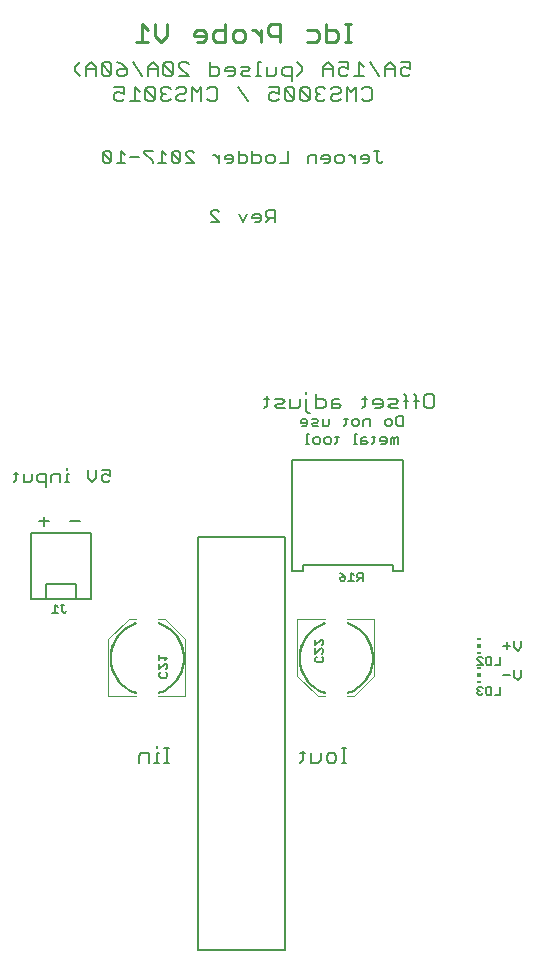
<source format=gbo>
G75*
%MOIN*%
%OFA0B0*%
%FSLAX24Y24*%
%IPPOS*%
%LPD*%
%AMOC8*
5,1,8,0,0,1.08239X$1,22.5*
%
%ADD10C,0.0060*%
%ADD11C,0.0080*%
%ADD12C,0.0110*%
%ADD13R,0.0118X0.0059*%
%ADD14R,0.0118X0.0118*%
%ADD15C,0.0050*%
%ADD16C,0.0040*%
%ADD17C,0.0004*%
%ADD18C,0.0070*%
D10*
X016480Y018259D02*
X016593Y018259D01*
X016537Y018259D02*
X016537Y018599D01*
X016593Y018599D01*
X016735Y018429D02*
X016791Y018486D01*
X016905Y018486D01*
X016962Y018429D01*
X016962Y018316D01*
X016905Y018259D01*
X016791Y018259D01*
X016735Y018316D01*
X016735Y018429D01*
X016730Y018859D02*
X016673Y018916D01*
X016730Y018973D01*
X016843Y018973D01*
X016900Y019029D01*
X016843Y019086D01*
X016673Y019086D01*
X016532Y019029D02*
X016475Y019086D01*
X016362Y019086D01*
X016305Y019029D01*
X016305Y018973D01*
X016532Y018973D01*
X016532Y019029D02*
X016532Y018916D01*
X016475Y018859D01*
X016362Y018859D01*
X016730Y018859D02*
X016900Y018859D01*
X017042Y018859D02*
X017042Y019086D01*
X017268Y019086D02*
X017268Y018916D01*
X017212Y018859D01*
X017042Y018859D01*
X017160Y018486D02*
X017273Y018486D01*
X017330Y018429D01*
X017330Y018316D01*
X017273Y018259D01*
X017160Y018259D01*
X017103Y018316D01*
X017103Y018429D01*
X017160Y018486D01*
X017462Y018486D02*
X017575Y018486D01*
X017519Y018543D02*
X017519Y018316D01*
X017462Y018259D01*
X018076Y018259D02*
X018189Y018259D01*
X018133Y018259D02*
X018133Y018599D01*
X018189Y018599D01*
X018331Y018429D02*
X018331Y018259D01*
X018501Y018259D01*
X018558Y018316D01*
X018501Y018373D01*
X018331Y018373D01*
X018331Y018429D02*
X018387Y018486D01*
X018501Y018486D01*
X018690Y018486D02*
X018803Y018486D01*
X018746Y018543D02*
X018746Y018316D01*
X018690Y018259D01*
X018945Y018373D02*
X019171Y018373D01*
X019171Y018429D02*
X019115Y018486D01*
X019001Y018486D01*
X018945Y018429D01*
X018945Y018373D01*
X019001Y018259D02*
X019115Y018259D01*
X019171Y018316D01*
X019171Y018429D01*
X019313Y018429D02*
X019313Y018259D01*
X019426Y018259D02*
X019426Y018429D01*
X019370Y018486D01*
X019313Y018429D01*
X019426Y018429D02*
X019483Y018486D01*
X019540Y018486D01*
X019540Y018259D01*
X019554Y018859D02*
X019497Y018916D01*
X019497Y019143D01*
X019554Y019199D01*
X019724Y019199D01*
X019724Y018859D01*
X019554Y018859D01*
X019356Y018916D02*
X019356Y019029D01*
X019299Y019086D01*
X019185Y019086D01*
X019129Y019029D01*
X019129Y018916D01*
X019185Y018859D01*
X019299Y018859D01*
X019356Y018916D01*
X018619Y018859D02*
X018619Y019086D01*
X018449Y019086D01*
X018392Y019029D01*
X018392Y018859D01*
X018251Y018916D02*
X018251Y019029D01*
X018194Y019086D01*
X018081Y019086D01*
X018024Y019029D01*
X018024Y018916D01*
X018081Y018859D01*
X018194Y018859D01*
X018251Y018916D01*
X017882Y019086D02*
X017769Y019086D01*
X017826Y019143D02*
X017826Y018916D01*
X017769Y018859D01*
X023171Y011653D02*
X023171Y011426D01*
X023284Y011540D02*
X023057Y011540D01*
X023426Y011483D02*
X023426Y011710D01*
X023652Y011710D02*
X023652Y011483D01*
X023539Y011369D01*
X023426Y011483D01*
X023426Y010725D02*
X023426Y010499D01*
X023539Y010385D01*
X023652Y010499D01*
X023652Y010725D01*
X023284Y010555D02*
X023057Y010555D01*
D11*
X017835Y008120D02*
X017675Y008120D01*
X017755Y008120D02*
X017755Y007639D01*
X017835Y007639D02*
X017675Y007639D01*
X017492Y007719D02*
X017492Y007879D01*
X017411Y007959D01*
X017251Y007959D01*
X017171Y007879D01*
X017171Y007719D01*
X017251Y007639D01*
X017411Y007639D01*
X017492Y007719D01*
X016976Y007719D02*
X016896Y007639D01*
X016656Y007639D01*
X016656Y007959D01*
X016460Y007959D02*
X016300Y007959D01*
X016380Y008040D02*
X016380Y007719D01*
X016300Y007639D01*
X016976Y007719D02*
X016976Y007959D01*
X011930Y008120D02*
X011770Y008120D01*
X011850Y008120D02*
X011850Y007639D01*
X011930Y007639D02*
X011770Y007639D01*
X011586Y007639D02*
X011426Y007639D01*
X011506Y007639D02*
X011506Y007959D01*
X011586Y007959D01*
X011506Y008120D02*
X011506Y008200D01*
X011242Y007959D02*
X011242Y007639D01*
X011242Y007959D02*
X011002Y007959D01*
X010922Y007879D01*
X010922Y007639D01*
X007758Y015525D02*
X007758Y015846D01*
X007918Y015686D02*
X007598Y015686D01*
X007813Y016849D02*
X007813Y017270D01*
X007603Y017270D01*
X007533Y017200D01*
X007533Y017060D01*
X007603Y016990D01*
X007813Y016990D01*
X007993Y016990D02*
X007993Y017200D01*
X008063Y017270D01*
X008273Y017270D01*
X008273Y016990D01*
X008440Y016990D02*
X008580Y016990D01*
X008510Y016990D02*
X008510Y017270D01*
X008580Y017270D01*
X008510Y017410D02*
X008510Y017480D01*
X009221Y017410D02*
X009221Y017130D01*
X009361Y016990D01*
X009501Y017130D01*
X009501Y017410D01*
X009681Y017410D02*
X009961Y017410D01*
X009961Y017200D01*
X009821Y017270D01*
X009751Y017270D01*
X009681Y017200D01*
X009681Y017060D01*
X009751Y016990D01*
X009891Y016990D01*
X009961Y017060D01*
X008949Y015686D02*
X008629Y015686D01*
X007282Y016990D02*
X007072Y016990D01*
X007072Y017270D01*
X006892Y017270D02*
X006752Y017270D01*
X006822Y017340D02*
X006822Y017060D01*
X006752Y016990D01*
X007282Y016990D02*
X007352Y017060D01*
X007352Y017270D01*
X013321Y025651D02*
X013601Y025651D01*
X013321Y025931D01*
X013321Y026001D01*
X013391Y026071D01*
X013531Y026071D01*
X013601Y026001D01*
X014242Y025931D02*
X014382Y025651D01*
X014522Y025931D01*
X014702Y025861D02*
X014702Y025791D01*
X014983Y025791D01*
X014983Y025721D02*
X014983Y025861D01*
X014913Y025931D01*
X014772Y025931D01*
X014702Y025861D01*
X014772Y025651D02*
X014913Y025651D01*
X014983Y025721D01*
X015163Y025651D02*
X015303Y025791D01*
X015233Y025791D02*
X015443Y025791D01*
X015443Y025651D02*
X015443Y026071D01*
X015233Y026071D01*
X015163Y026001D01*
X015163Y025861D01*
X015233Y025791D01*
X015233Y027620D02*
X015163Y027690D01*
X015163Y027830D01*
X015233Y027900D01*
X015373Y027900D01*
X015443Y027830D01*
X015443Y027690D01*
X015373Y027620D01*
X015233Y027620D01*
X014983Y027690D02*
X014983Y027830D01*
X014913Y027900D01*
X014702Y027900D01*
X014702Y028040D02*
X014702Y027620D01*
X014913Y027620D01*
X014983Y027690D01*
X014522Y027690D02*
X014522Y027830D01*
X014452Y027900D01*
X014242Y027900D01*
X014242Y028040D02*
X014242Y027620D01*
X014452Y027620D01*
X014522Y027690D01*
X014062Y027690D02*
X014062Y027830D01*
X013992Y027900D01*
X013852Y027900D01*
X013782Y027830D01*
X013782Y027760D01*
X014062Y027760D01*
X014062Y027690D02*
X013992Y027620D01*
X013852Y027620D01*
X013601Y027620D02*
X013601Y027900D01*
X013601Y027760D02*
X013461Y027900D01*
X013391Y027900D01*
X012757Y027970D02*
X012687Y028040D01*
X012547Y028040D01*
X012477Y027970D01*
X012477Y027900D01*
X012757Y027620D01*
X012477Y027620D01*
X012297Y027690D02*
X012017Y027970D01*
X012017Y027690D01*
X012087Y027620D01*
X012227Y027620D01*
X012297Y027690D01*
X012297Y027970D01*
X012227Y028040D01*
X012087Y028040D01*
X012017Y027970D01*
X011837Y027900D02*
X011696Y028040D01*
X011696Y027620D01*
X011556Y027620D02*
X011837Y027620D01*
X011376Y027620D02*
X011376Y027690D01*
X011096Y027970D01*
X011096Y028040D01*
X011376Y028040D01*
X010916Y027830D02*
X010636Y027830D01*
X010455Y027900D02*
X010315Y028040D01*
X010315Y027620D01*
X010455Y027620D02*
X010175Y027620D01*
X009995Y027690D02*
X009995Y027970D01*
X009925Y028040D01*
X009785Y028040D01*
X009715Y027970D01*
X009995Y027690D01*
X009925Y027620D01*
X009785Y027620D01*
X009715Y027690D01*
X009715Y027970D01*
X010185Y029686D02*
X010104Y029767D01*
X010104Y029927D01*
X010185Y030007D01*
X010265Y030007D01*
X010425Y029927D01*
X010425Y030167D01*
X010104Y030167D01*
X010270Y030526D02*
X010190Y030607D01*
X010190Y030687D01*
X010270Y030767D01*
X010511Y030767D01*
X010511Y030607D01*
X010431Y030526D01*
X010270Y030526D01*
X009995Y030607D02*
X009675Y030927D01*
X009675Y030607D01*
X009755Y030526D01*
X009915Y030526D01*
X009995Y030607D01*
X009995Y030927D01*
X009915Y031007D01*
X009755Y031007D01*
X009675Y030927D01*
X009479Y030847D02*
X009479Y030526D01*
X009479Y030767D02*
X009159Y030767D01*
X009159Y030847D02*
X009159Y030526D01*
X008964Y030526D02*
X008804Y030687D01*
X008804Y030847D01*
X008964Y031007D01*
X009159Y030847D02*
X009319Y031007D01*
X009479Y030847D01*
X010190Y031007D02*
X010351Y030927D01*
X010511Y030767D01*
X010706Y031007D02*
X011026Y030526D01*
X011222Y030526D02*
X011222Y030847D01*
X011382Y031007D01*
X011542Y030847D01*
X011542Y030526D01*
X011737Y030607D02*
X011817Y030526D01*
X011978Y030526D01*
X012058Y030607D01*
X011737Y030927D01*
X011737Y030607D01*
X011542Y030767D02*
X011222Y030767D01*
X011737Y030927D02*
X011817Y031007D01*
X011978Y031007D01*
X012058Y030927D01*
X012058Y030607D01*
X012253Y030526D02*
X012573Y030526D01*
X012253Y030847D01*
X012253Y030927D01*
X012333Y031007D01*
X012493Y031007D01*
X012573Y030927D01*
X013284Y031007D02*
X013284Y030526D01*
X013524Y030526D01*
X013604Y030607D01*
X013604Y030767D01*
X013524Y030847D01*
X013284Y030847D01*
X013800Y030767D02*
X013800Y030687D01*
X014120Y030687D01*
X014120Y030767D02*
X014040Y030847D01*
X013880Y030847D01*
X013800Y030767D01*
X013880Y030526D02*
X014040Y030526D01*
X014120Y030607D01*
X014120Y030767D01*
X014316Y030847D02*
X014556Y030847D01*
X014636Y030767D01*
X014556Y030687D01*
X014396Y030687D01*
X014316Y030607D01*
X014396Y030526D01*
X014636Y030526D01*
X014819Y030526D02*
X014980Y030526D01*
X014899Y030526D02*
X014899Y031007D01*
X014980Y031007D01*
X015175Y030847D02*
X015175Y030526D01*
X015415Y030526D01*
X015495Y030607D01*
X015495Y030847D01*
X015691Y030767D02*
X015691Y030607D01*
X015771Y030526D01*
X016011Y030526D01*
X016011Y030366D02*
X016011Y030847D01*
X015771Y030847D01*
X015691Y030767D01*
X016194Y031007D02*
X016355Y030847D01*
X016355Y030687D01*
X016194Y030526D01*
X016017Y030167D02*
X015857Y030167D01*
X015776Y030087D01*
X016097Y029767D01*
X016017Y029686D01*
X015857Y029686D01*
X015776Y029767D01*
X015776Y030087D01*
X015581Y030167D02*
X015581Y029927D01*
X015421Y030007D01*
X015341Y030007D01*
X015261Y029927D01*
X015261Y029767D01*
X015341Y029686D01*
X015501Y029686D01*
X015581Y029767D01*
X015581Y030167D02*
X015261Y030167D01*
X016017Y030167D02*
X016097Y030087D01*
X016097Y029767D01*
X016292Y029767D02*
X016292Y030087D01*
X016612Y029767D01*
X016532Y029686D01*
X016372Y029686D01*
X016292Y029767D01*
X016292Y030087D02*
X016372Y030167D01*
X016532Y030167D01*
X016612Y030087D01*
X016612Y029767D01*
X016808Y029767D02*
X016808Y029847D01*
X016888Y029927D01*
X016968Y029927D01*
X016888Y029927D02*
X016808Y030007D01*
X016808Y030087D01*
X016888Y030167D01*
X017048Y030167D01*
X017128Y030087D01*
X017323Y030087D02*
X017403Y030167D01*
X017564Y030167D01*
X017644Y030087D01*
X017644Y030007D01*
X017564Y029927D01*
X017403Y029927D01*
X017323Y029847D01*
X017323Y029767D01*
X017403Y029686D01*
X017564Y029686D01*
X017644Y029767D01*
X017839Y029686D02*
X017839Y030167D01*
X017999Y030007D01*
X018159Y030167D01*
X018159Y029686D01*
X018355Y029767D02*
X018435Y029686D01*
X018595Y029686D01*
X018675Y029767D01*
X018675Y030087D01*
X018595Y030167D01*
X018435Y030167D01*
X018355Y030087D01*
X018417Y030526D02*
X018097Y030526D01*
X018257Y030526D02*
X018257Y031007D01*
X018417Y030847D01*
X018613Y031007D02*
X018933Y030526D01*
X019128Y030526D02*
X019128Y030847D01*
X019288Y031007D01*
X019448Y030847D01*
X019448Y030526D01*
X019644Y030607D02*
X019724Y030526D01*
X019884Y030526D01*
X019964Y030607D01*
X019964Y030767D02*
X019804Y030847D01*
X019724Y030847D01*
X019644Y030767D01*
X019644Y030607D01*
X019448Y030767D02*
X019128Y030767D01*
X019644Y031007D02*
X019964Y031007D01*
X019964Y030767D01*
X017901Y030767D02*
X017741Y030847D01*
X017661Y030847D01*
X017581Y030767D01*
X017581Y030607D01*
X017661Y030526D01*
X017821Y030526D01*
X017901Y030607D01*
X017901Y030767D02*
X017901Y031007D01*
X017581Y031007D01*
X017386Y030847D02*
X017226Y031007D01*
X017066Y030847D01*
X017066Y030526D01*
X017066Y030767D02*
X017386Y030767D01*
X017386Y030847D02*
X017386Y030526D01*
X017128Y029767D02*
X017048Y029686D01*
X016888Y029686D01*
X016808Y029767D01*
X015903Y028040D02*
X015903Y027620D01*
X015623Y027620D01*
X016544Y027620D02*
X016544Y027830D01*
X016614Y027900D01*
X016824Y027900D01*
X016824Y027620D01*
X017004Y027760D02*
X017285Y027760D01*
X017285Y027830D02*
X017215Y027900D01*
X017074Y027900D01*
X017004Y027830D01*
X017004Y027760D01*
X017074Y027620D02*
X017215Y027620D01*
X017285Y027690D01*
X017285Y027830D01*
X017465Y027830D02*
X017535Y027900D01*
X017675Y027900D01*
X017745Y027830D01*
X017745Y027690D01*
X017675Y027620D01*
X017535Y027620D01*
X017465Y027690D01*
X017465Y027830D01*
X017918Y027900D02*
X017989Y027900D01*
X018129Y027760D01*
X018129Y027620D02*
X018129Y027900D01*
X018309Y027830D02*
X018309Y027760D01*
X018589Y027760D01*
X018589Y027830D02*
X018519Y027900D01*
X018379Y027900D01*
X018309Y027830D01*
X018379Y027620D02*
X018519Y027620D01*
X018589Y027690D01*
X018589Y027830D01*
X018769Y028040D02*
X018909Y028040D01*
X018839Y028040D02*
X018839Y027690D01*
X018909Y027620D01*
X018979Y027620D01*
X019049Y027690D01*
X014550Y029686D02*
X014230Y030167D01*
X013519Y030087D02*
X013519Y029767D01*
X013438Y029686D01*
X013278Y029686D01*
X013198Y029767D01*
X013003Y029686D02*
X013003Y030167D01*
X012843Y030007D01*
X012683Y030167D01*
X012683Y029686D01*
X012487Y029767D02*
X012407Y029686D01*
X012247Y029686D01*
X012167Y029767D01*
X012167Y029847D01*
X012247Y029927D01*
X012407Y029927D01*
X012487Y030007D01*
X012487Y030087D01*
X012407Y030167D01*
X012247Y030167D01*
X012167Y030087D01*
X011972Y030087D02*
X011892Y030167D01*
X011731Y030167D01*
X011651Y030087D01*
X011651Y030007D01*
X011731Y029927D01*
X011651Y029847D01*
X011651Y029767D01*
X011731Y029686D01*
X011892Y029686D01*
X011972Y029767D01*
X011811Y029927D02*
X011731Y029927D01*
X011456Y029767D02*
X011456Y030087D01*
X011376Y030167D01*
X011216Y030167D01*
X011136Y030087D01*
X011456Y029767D01*
X011376Y029686D01*
X011216Y029686D01*
X011136Y029767D01*
X011136Y030087D01*
X010940Y030007D02*
X010780Y030167D01*
X010780Y029686D01*
X010940Y029686D02*
X010620Y029686D01*
X010425Y029767D02*
X010345Y029686D01*
X010185Y029686D01*
X013198Y030087D02*
X013278Y030167D01*
X013438Y030167D01*
X013519Y030087D01*
X015177Y019851D02*
X015177Y019530D01*
X015097Y019450D01*
X015097Y019771D02*
X015257Y019771D01*
X015452Y019771D02*
X015693Y019771D01*
X015773Y019690D01*
X015693Y019610D01*
X015533Y019610D01*
X015452Y019530D01*
X015533Y019450D01*
X015773Y019450D01*
X015968Y019450D02*
X015968Y019771D01*
X015968Y019450D02*
X016208Y019450D01*
X016288Y019530D01*
X016288Y019771D01*
X016472Y019771D02*
X016472Y019370D01*
X016552Y019290D01*
X016632Y019290D01*
X016828Y019450D02*
X017068Y019450D01*
X017148Y019530D01*
X017148Y019690D01*
X017068Y019771D01*
X016828Y019771D01*
X016828Y019931D02*
X016828Y019450D01*
X017343Y019450D02*
X017583Y019450D01*
X017663Y019530D01*
X017583Y019610D01*
X017343Y019610D01*
X017343Y019690D02*
X017343Y019450D01*
X017343Y019690D02*
X017423Y019771D01*
X017583Y019771D01*
X018363Y019771D02*
X018523Y019771D01*
X018443Y019851D02*
X018443Y019530D01*
X018363Y019450D01*
X018718Y019610D02*
X019038Y019610D01*
X019038Y019530D02*
X019038Y019690D01*
X018958Y019771D01*
X018798Y019771D01*
X018718Y019690D01*
X018718Y019610D01*
X018798Y019450D02*
X018958Y019450D01*
X019038Y019530D01*
X019234Y019530D02*
X019314Y019610D01*
X019474Y019610D01*
X019554Y019690D01*
X019474Y019771D01*
X019234Y019771D01*
X019234Y019530D02*
X019314Y019450D01*
X019554Y019450D01*
X019818Y019450D02*
X019818Y019851D01*
X019738Y019931D01*
X019738Y019690D02*
X019898Y019690D01*
X020082Y019690D02*
X020242Y019690D01*
X020162Y019851D02*
X020162Y019450D01*
X020437Y019530D02*
X020437Y019851D01*
X020517Y019931D01*
X020677Y019931D01*
X020757Y019851D01*
X020757Y019530D01*
X020677Y019450D01*
X020517Y019450D01*
X020437Y019530D01*
X020162Y019851D02*
X020082Y019931D01*
X016472Y020011D02*
X016472Y019931D01*
D12*
X016515Y031670D02*
X016811Y031670D01*
X016909Y031768D01*
X016909Y031965D01*
X016811Y032064D01*
X016515Y032064D01*
X017160Y032064D02*
X017455Y032064D01*
X017553Y031965D01*
X017553Y031768D01*
X017455Y031670D01*
X017160Y031670D01*
X017160Y032260D01*
X017786Y032260D02*
X017983Y032260D01*
X017885Y032260D02*
X017885Y031670D01*
X017983Y031670D02*
X017786Y031670D01*
X015620Y031670D02*
X015620Y032260D01*
X015325Y032260D01*
X015226Y032162D01*
X015226Y031965D01*
X015325Y031867D01*
X015620Y031867D01*
X014975Y031867D02*
X014778Y032064D01*
X014680Y032064D01*
X014438Y031965D02*
X014438Y031768D01*
X014340Y031670D01*
X014143Y031670D01*
X014044Y031768D01*
X014044Y031965D01*
X014143Y032064D01*
X014340Y032064D01*
X014438Y031965D01*
X014975Y032064D02*
X014975Y031670D01*
X013794Y031670D02*
X013498Y031670D01*
X013400Y031768D01*
X013400Y031965D01*
X013498Y032064D01*
X013794Y032064D01*
X013794Y032260D02*
X013794Y031670D01*
X013149Y031768D02*
X013149Y031965D01*
X013051Y032064D01*
X012854Y032064D01*
X012755Y031965D01*
X012755Y031867D01*
X013149Y031867D01*
X013149Y031768D02*
X013051Y031670D01*
X012854Y031670D01*
X011860Y031867D02*
X011663Y031670D01*
X011466Y031867D01*
X011466Y032260D01*
X011215Y032064D02*
X011019Y032260D01*
X011019Y031670D01*
X011215Y031670D02*
X010822Y031670D01*
X011860Y031867D02*
X011860Y032260D01*
D13*
X022265Y011772D03*
X022265Y011300D03*
X022265Y010788D03*
X022265Y010316D03*
D14*
X022265Y010552D03*
X022265Y011536D03*
D15*
X008210Y012644D02*
X008033Y012644D01*
X008122Y012644D02*
X008122Y012909D01*
X008210Y012821D01*
X008323Y012909D02*
X008412Y012909D01*
X008367Y012909D02*
X008367Y012688D01*
X008412Y012644D01*
X008456Y012644D01*
X008500Y012688D01*
X008820Y013095D02*
X008820Y013595D01*
X007820Y013595D01*
X007820Y013095D01*
X008820Y013095D01*
X009320Y013095D01*
X009320Y015295D01*
X007320Y015295D01*
X007320Y013095D01*
X007820Y013095D01*
X011601Y011235D02*
X011601Y011059D01*
X011601Y011147D02*
X011866Y011147D01*
X011778Y011059D01*
X011778Y010945D02*
X011822Y010945D01*
X011866Y010901D01*
X011866Y010813D01*
X011822Y010769D01*
X011822Y010655D02*
X011866Y010611D01*
X011866Y010523D01*
X011822Y010479D01*
X011645Y010479D01*
X011601Y010523D01*
X011601Y010611D01*
X011645Y010655D01*
X011601Y010769D02*
X011778Y010945D01*
X011601Y010945D02*
X011601Y010769D01*
X012875Y015178D02*
X012875Y001398D01*
X015789Y001398D01*
X015789Y015178D01*
X012875Y015178D01*
X016798Y011743D02*
X016798Y011566D01*
X016975Y011743D01*
X017019Y011743D01*
X017063Y011699D01*
X017063Y011611D01*
X017019Y011566D01*
X017019Y011453D02*
X017063Y011409D01*
X017063Y011321D01*
X017019Y011276D01*
X017019Y011163D02*
X017063Y011119D01*
X017063Y011031D01*
X017019Y010986D01*
X016842Y010986D01*
X016798Y011031D01*
X016798Y011119D01*
X016842Y011163D01*
X016798Y011276D02*
X016975Y011453D01*
X017019Y011453D01*
X016798Y011453D02*
X016798Y011276D01*
X017658Y013710D02*
X017614Y013754D01*
X017614Y013798D01*
X017658Y013842D01*
X017791Y013842D01*
X017791Y013754D01*
X017747Y013710D01*
X017658Y013710D01*
X017791Y013842D02*
X017702Y013931D01*
X017614Y013975D01*
X017992Y013975D02*
X017992Y013710D01*
X017904Y013710D02*
X018081Y013710D01*
X018194Y013710D02*
X018282Y013798D01*
X018238Y013798D02*
X018371Y013798D01*
X018371Y013710D02*
X018371Y013975D01*
X018238Y013975D01*
X018194Y013931D01*
X018194Y013842D01*
X018238Y013798D01*
X018081Y013886D02*
X017992Y013975D01*
X022196Y011133D02*
X022240Y011177D01*
X022328Y011177D01*
X022373Y011133D01*
X022486Y011133D02*
X022530Y011177D01*
X022663Y011177D01*
X022663Y010912D01*
X022530Y010912D01*
X022486Y010956D01*
X022486Y011133D01*
X022373Y010912D02*
X022196Y011088D01*
X022196Y011133D01*
X022196Y010912D02*
X022373Y010912D01*
X022776Y010912D02*
X022953Y010912D01*
X022953Y011177D01*
X022953Y010173D02*
X022953Y009908D01*
X022776Y009908D01*
X022663Y009908D02*
X022530Y009908D01*
X022486Y009952D01*
X022486Y010129D01*
X022530Y010173D01*
X022663Y010173D01*
X022663Y009908D01*
X022373Y009952D02*
X022328Y009908D01*
X022240Y009908D01*
X022196Y009952D01*
X022196Y009996D01*
X022240Y010040D01*
X022284Y010040D01*
X022240Y010040D02*
X022196Y010084D01*
X022196Y010129D01*
X022240Y010173D01*
X022328Y010173D01*
X022373Y010129D01*
D16*
X018761Y010532D02*
X018761Y012422D01*
X017856Y012422D01*
X017108Y012422D02*
X016202Y012422D01*
X016202Y010532D01*
X016871Y009863D01*
X017108Y009863D01*
X017856Y009863D02*
X018092Y009863D01*
X018761Y010532D01*
X012462Y009863D02*
X012462Y011753D01*
X011793Y012422D01*
X011556Y012422D01*
X010808Y012422D02*
X010572Y012422D01*
X009903Y011753D01*
X009903Y009863D01*
X010808Y009863D01*
X011556Y009863D02*
X012462Y009863D01*
D17*
X010801Y012320D02*
X010812Y012286D01*
X010812Y012287D02*
X010747Y012263D01*
X010684Y012237D01*
X010622Y012207D01*
X010562Y012173D01*
X010504Y012136D01*
X010449Y012095D01*
X010395Y012052D01*
X010345Y012005D01*
X010297Y011956D01*
X010252Y011904D01*
X010210Y011850D01*
X010171Y011793D01*
X010136Y011734D01*
X010104Y011674D01*
X010075Y011611D01*
X010050Y011547D01*
X010029Y011482D01*
X010011Y011415D01*
X009998Y011348D01*
X009988Y011280D01*
X009982Y011212D01*
X009980Y011143D01*
X009982Y011074D01*
X009988Y011006D01*
X009998Y010938D01*
X010011Y010871D01*
X010029Y010804D01*
X010050Y010739D01*
X010075Y010675D01*
X010104Y010612D01*
X010136Y010552D01*
X010171Y010493D01*
X010210Y010436D01*
X010252Y010382D01*
X010297Y010330D01*
X010345Y010281D01*
X010395Y010234D01*
X010449Y010191D01*
X010504Y010150D01*
X010562Y010113D01*
X010622Y010079D01*
X010684Y010049D01*
X010747Y010023D01*
X010812Y009999D01*
X010801Y009966D01*
X010801Y009965D01*
X010735Y009988D01*
X010672Y010015D01*
X010609Y010045D01*
X010549Y010079D01*
X010491Y010116D01*
X010434Y010156D01*
X010380Y010200D01*
X010329Y010246D01*
X010280Y010295D01*
X010234Y010347D01*
X010191Y010401D01*
X010151Y010457D01*
X010114Y010516D01*
X010081Y010577D01*
X010051Y010639D01*
X010025Y010703D01*
X010002Y010768D01*
X009983Y010835D01*
X009968Y010902D01*
X009956Y010971D01*
X009948Y011039D01*
X009944Y011108D01*
X009944Y011178D01*
X009948Y011247D01*
X009956Y011315D01*
X009968Y011384D01*
X009983Y011451D01*
X010002Y011518D01*
X010025Y011583D01*
X010051Y011647D01*
X010081Y011709D01*
X010114Y011770D01*
X010151Y011829D01*
X010191Y011885D01*
X010234Y011939D01*
X010280Y011991D01*
X010329Y012040D01*
X010380Y012086D01*
X010434Y012130D01*
X010491Y012170D01*
X010549Y012207D01*
X010609Y012241D01*
X010672Y012271D01*
X010735Y012298D01*
X010801Y012321D01*
X010802Y012318D01*
X010736Y012295D01*
X010673Y012268D01*
X010611Y012238D01*
X010550Y012204D01*
X010492Y012167D01*
X010436Y012127D01*
X010382Y012084D01*
X010331Y012038D01*
X010282Y011989D01*
X010236Y011937D01*
X010193Y011883D01*
X010154Y011827D01*
X010117Y011768D01*
X010084Y011708D01*
X010054Y011646D01*
X010028Y011582D01*
X010005Y011517D01*
X009986Y011450D01*
X009971Y011383D01*
X009959Y011315D01*
X009951Y011246D01*
X009947Y011178D01*
X009947Y011108D01*
X009951Y011040D01*
X009959Y010971D01*
X009971Y010903D01*
X009986Y010836D01*
X010005Y010769D01*
X010028Y010704D01*
X010054Y010640D01*
X010084Y010578D01*
X010117Y010518D01*
X010154Y010459D01*
X010193Y010403D01*
X010236Y010349D01*
X010282Y010297D01*
X010331Y010248D01*
X010382Y010202D01*
X010436Y010159D01*
X010492Y010119D01*
X010550Y010082D01*
X010611Y010048D01*
X010673Y010018D01*
X010736Y009991D01*
X010802Y009968D01*
X010802Y009971D01*
X010738Y009994D01*
X010674Y010021D01*
X010612Y010051D01*
X010552Y010084D01*
X010494Y010121D01*
X010438Y010161D01*
X010384Y010204D01*
X010333Y010250D01*
X010284Y010299D01*
X010239Y010351D01*
X010196Y010405D01*
X010156Y010461D01*
X010120Y010519D01*
X010086Y010579D01*
X010057Y010642D01*
X010030Y010705D01*
X010008Y010770D01*
X009989Y010836D01*
X009974Y010904D01*
X009962Y010971D01*
X009954Y011040D01*
X009950Y011109D01*
X009950Y011177D01*
X009954Y011246D01*
X009962Y011315D01*
X009974Y011382D01*
X009989Y011450D01*
X010008Y011516D01*
X010030Y011581D01*
X010057Y011644D01*
X010086Y011707D01*
X010120Y011767D01*
X010156Y011825D01*
X010196Y011881D01*
X010239Y011935D01*
X010284Y011987D01*
X010333Y012036D01*
X010384Y012082D01*
X010438Y012125D01*
X010494Y012165D01*
X010552Y012202D01*
X010612Y012235D01*
X010674Y012265D01*
X010738Y012292D01*
X010802Y012315D01*
X010803Y012312D01*
X010739Y012289D01*
X010675Y012263D01*
X010614Y012233D01*
X010554Y012199D01*
X010496Y012162D01*
X010440Y012122D01*
X010386Y012079D01*
X010335Y012034D01*
X010287Y011985D01*
X010241Y011934D01*
X010198Y011880D01*
X010159Y011824D01*
X010122Y011765D01*
X010089Y011705D01*
X010059Y011643D01*
X010033Y011580D01*
X010011Y011515D01*
X009992Y011449D01*
X009976Y011382D01*
X009965Y011314D01*
X009957Y011246D01*
X009953Y011177D01*
X009953Y011109D01*
X009957Y011040D01*
X009965Y010972D01*
X009976Y010904D01*
X009992Y010837D01*
X010011Y010771D01*
X010033Y010706D01*
X010059Y010643D01*
X010089Y010581D01*
X010122Y010521D01*
X010159Y010462D01*
X010198Y010406D01*
X010241Y010352D01*
X010287Y010301D01*
X010335Y010252D01*
X010386Y010207D01*
X010440Y010164D01*
X010496Y010124D01*
X010554Y010087D01*
X010614Y010053D01*
X010675Y010023D01*
X010739Y009997D01*
X010803Y009974D01*
X010804Y009977D01*
X010740Y010000D01*
X010677Y010026D01*
X010615Y010056D01*
X010555Y010089D01*
X010497Y010126D01*
X010441Y010166D01*
X010388Y010209D01*
X010337Y010255D01*
X010289Y010303D01*
X010243Y010354D01*
X010201Y010408D01*
X010161Y010464D01*
X010125Y010522D01*
X010092Y010582D01*
X010062Y010644D01*
X010036Y010707D01*
X010013Y010772D01*
X009995Y010838D01*
X009979Y010905D01*
X009968Y010972D01*
X009960Y011040D01*
X009956Y011109D01*
X009956Y011177D01*
X009960Y011246D01*
X009968Y011314D01*
X009979Y011381D01*
X009995Y011448D01*
X010013Y011514D01*
X010036Y011579D01*
X010062Y011642D01*
X010092Y011704D01*
X010125Y011764D01*
X010161Y011822D01*
X010201Y011878D01*
X010243Y011932D01*
X010289Y011983D01*
X010337Y012031D01*
X010388Y012077D01*
X010441Y012120D01*
X010497Y012160D01*
X010555Y012197D01*
X010615Y012230D01*
X010677Y012260D01*
X010740Y012286D01*
X010804Y012309D01*
X010805Y012307D01*
X010741Y012284D01*
X010678Y012257D01*
X010616Y012227D01*
X010557Y012194D01*
X010499Y012157D01*
X010443Y012118D01*
X010390Y012075D01*
X010339Y012029D01*
X010291Y011981D01*
X010246Y011930D01*
X010203Y011876D01*
X010164Y011820D01*
X010127Y011762D01*
X010094Y011702D01*
X010065Y011641D01*
X010039Y011578D01*
X010016Y011513D01*
X009997Y011447D01*
X009982Y011381D01*
X009971Y011313D01*
X009963Y011245D01*
X009959Y011177D01*
X009959Y011109D01*
X009963Y011041D01*
X009971Y010973D01*
X009982Y010905D01*
X009997Y010839D01*
X010016Y010773D01*
X010039Y010708D01*
X010065Y010645D01*
X010094Y010584D01*
X010127Y010524D01*
X010164Y010466D01*
X010203Y010410D01*
X010246Y010356D01*
X010291Y010305D01*
X010339Y010257D01*
X010390Y010211D01*
X010443Y010168D01*
X010499Y010129D01*
X010557Y010092D01*
X010616Y010059D01*
X010678Y010029D01*
X010741Y010002D01*
X010805Y009979D01*
X010806Y009982D01*
X010742Y010005D01*
X010679Y010032D01*
X010618Y010061D01*
X010558Y010095D01*
X010501Y010131D01*
X010445Y010171D01*
X010392Y010213D01*
X010341Y010259D01*
X010293Y010307D01*
X010248Y010358D01*
X010205Y010412D01*
X010166Y010467D01*
X010130Y010525D01*
X010097Y010585D01*
X010068Y010646D01*
X010042Y010709D01*
X010019Y010774D01*
X010000Y010839D01*
X009985Y010906D01*
X009974Y010973D01*
X009966Y011041D01*
X009962Y011109D01*
X009962Y011177D01*
X009966Y011245D01*
X009974Y011313D01*
X009985Y011380D01*
X010000Y011447D01*
X010019Y011512D01*
X010042Y011577D01*
X010068Y011640D01*
X010097Y011701D01*
X010130Y011761D01*
X010166Y011819D01*
X010205Y011874D01*
X010248Y011928D01*
X010293Y011979D01*
X010341Y012027D01*
X010392Y012073D01*
X010445Y012115D01*
X010501Y012155D01*
X010558Y012191D01*
X010618Y012225D01*
X010679Y012254D01*
X010742Y012281D01*
X010806Y012304D01*
X010807Y012301D01*
X010743Y012278D01*
X010680Y012252D01*
X010619Y012222D01*
X010560Y012189D01*
X010502Y012152D01*
X010447Y012113D01*
X010394Y012070D01*
X010343Y012025D01*
X010295Y011977D01*
X010250Y011926D01*
X010208Y011872D01*
X010169Y011817D01*
X010133Y011759D01*
X010100Y011700D01*
X010070Y011638D01*
X010044Y011575D01*
X010022Y011511D01*
X010003Y011446D01*
X009988Y011380D01*
X009977Y011313D01*
X009969Y011245D01*
X009965Y011177D01*
X009965Y011109D01*
X009969Y011041D01*
X009977Y010973D01*
X009988Y010906D01*
X010003Y010840D01*
X010022Y010775D01*
X010044Y010711D01*
X010070Y010648D01*
X010100Y010586D01*
X010133Y010527D01*
X010169Y010469D01*
X010208Y010414D01*
X010250Y010360D01*
X010295Y010309D01*
X010343Y010261D01*
X010394Y010216D01*
X010447Y010173D01*
X010502Y010134D01*
X010560Y010097D01*
X010619Y010064D01*
X010680Y010034D01*
X010743Y010008D01*
X010807Y009985D01*
X010808Y009988D01*
X010744Y010011D01*
X010681Y010037D01*
X010620Y010067D01*
X010561Y010100D01*
X010504Y010136D01*
X010449Y010175D01*
X010396Y010218D01*
X010345Y010263D01*
X010298Y010311D01*
X010252Y010362D01*
X010210Y010415D01*
X010171Y010471D01*
X010135Y010528D01*
X010102Y010588D01*
X010073Y010649D01*
X010047Y010712D01*
X010025Y010776D01*
X010006Y010841D01*
X009991Y010907D01*
X009980Y010974D01*
X009972Y011041D01*
X009968Y011109D01*
X009968Y011177D01*
X009972Y011245D01*
X009980Y011312D01*
X009991Y011379D01*
X010006Y011445D01*
X010025Y011510D01*
X010047Y011574D01*
X010073Y011637D01*
X010102Y011698D01*
X010135Y011758D01*
X010171Y011815D01*
X010210Y011871D01*
X010252Y011924D01*
X010298Y011975D01*
X010345Y012023D01*
X010396Y012068D01*
X010449Y012111D01*
X010504Y012150D01*
X010561Y012186D01*
X010620Y012219D01*
X010681Y012249D01*
X010744Y012275D01*
X010808Y012298D01*
X010809Y012295D01*
X010745Y012272D01*
X010683Y012246D01*
X010622Y012217D01*
X010563Y012184D01*
X010506Y012147D01*
X010451Y012108D01*
X010398Y012066D01*
X010347Y012020D01*
X010300Y011972D01*
X010255Y011922D01*
X010213Y011869D01*
X010174Y011814D01*
X010138Y011756D01*
X010105Y011697D01*
X010076Y011636D01*
X010050Y011573D01*
X010028Y011509D01*
X010009Y011444D01*
X009994Y011378D01*
X009983Y011312D01*
X009975Y011244D01*
X009971Y011177D01*
X009971Y011109D01*
X009975Y011042D01*
X009983Y010974D01*
X009994Y010908D01*
X010009Y010842D01*
X010028Y010777D01*
X010050Y010713D01*
X010076Y010650D01*
X010105Y010589D01*
X010138Y010530D01*
X010174Y010472D01*
X010213Y010417D01*
X010255Y010364D01*
X010300Y010314D01*
X010347Y010266D01*
X010398Y010220D01*
X010451Y010178D01*
X010506Y010139D01*
X010563Y010102D01*
X010622Y010069D01*
X010683Y010040D01*
X010745Y010014D01*
X010809Y009991D01*
X010810Y009994D01*
X010746Y010016D01*
X010684Y010042D01*
X010623Y010072D01*
X010564Y010105D01*
X010507Y010141D01*
X010452Y010180D01*
X010400Y010223D01*
X010349Y010268D01*
X010302Y010316D01*
X010257Y010366D01*
X010215Y010419D01*
X010176Y010474D01*
X010140Y010531D01*
X010108Y010590D01*
X010079Y010651D01*
X010053Y010714D01*
X010031Y010777D01*
X010012Y010842D01*
X009997Y010908D01*
X009986Y010975D01*
X009978Y011042D01*
X009974Y011109D01*
X009974Y011177D01*
X009978Y011244D01*
X009986Y011311D01*
X009997Y011378D01*
X010012Y011444D01*
X010031Y011509D01*
X010053Y011572D01*
X010079Y011635D01*
X010108Y011696D01*
X010140Y011755D01*
X010176Y011812D01*
X010215Y011867D01*
X010257Y011920D01*
X010302Y011970D01*
X010349Y012018D01*
X010400Y012063D01*
X010452Y012106D01*
X010507Y012145D01*
X010564Y012181D01*
X010623Y012214D01*
X010684Y012244D01*
X010746Y012270D01*
X010810Y012292D01*
X010811Y012289D01*
X010747Y012267D01*
X010685Y012241D01*
X010625Y012211D01*
X010566Y012179D01*
X010509Y012142D01*
X010454Y012103D01*
X010402Y012061D01*
X010352Y012016D01*
X010304Y011968D01*
X010259Y011918D01*
X010217Y011865D01*
X010179Y011810D01*
X010143Y011753D01*
X010110Y011694D01*
X010081Y011633D01*
X010056Y011571D01*
X010033Y011508D01*
X010015Y011443D01*
X010000Y011377D01*
X009989Y011311D01*
X009981Y011244D01*
X009977Y011177D01*
X009977Y011109D01*
X009981Y011042D01*
X009989Y010975D01*
X010000Y010909D01*
X010015Y010843D01*
X010033Y010778D01*
X010056Y010715D01*
X010081Y010653D01*
X010110Y010592D01*
X010143Y010533D01*
X010179Y010476D01*
X010217Y010421D01*
X010259Y010368D01*
X010304Y010318D01*
X010352Y010270D01*
X010402Y010225D01*
X010454Y010183D01*
X010509Y010144D01*
X010566Y010107D01*
X010625Y010075D01*
X010685Y010045D01*
X010747Y010019D01*
X010811Y009997D01*
X011563Y009966D02*
X011552Y010000D01*
X011552Y009999D02*
X011617Y010023D01*
X011680Y010049D01*
X011742Y010079D01*
X011802Y010113D01*
X011860Y010150D01*
X011915Y010191D01*
X011969Y010234D01*
X012019Y010281D01*
X012067Y010330D01*
X012112Y010382D01*
X012154Y010436D01*
X012193Y010493D01*
X012228Y010552D01*
X012260Y010612D01*
X012289Y010675D01*
X012314Y010739D01*
X012335Y010804D01*
X012353Y010871D01*
X012366Y010938D01*
X012376Y011006D01*
X012382Y011074D01*
X012384Y011143D01*
X012382Y011212D01*
X012376Y011280D01*
X012366Y011348D01*
X012353Y011415D01*
X012335Y011482D01*
X012314Y011547D01*
X012289Y011611D01*
X012260Y011674D01*
X012228Y011734D01*
X012193Y011793D01*
X012154Y011850D01*
X012112Y011904D01*
X012067Y011956D01*
X012019Y012005D01*
X011969Y012052D01*
X011915Y012095D01*
X011860Y012136D01*
X011802Y012173D01*
X011742Y012207D01*
X011680Y012237D01*
X011617Y012263D01*
X011552Y012287D01*
X011563Y012320D01*
X011563Y012321D01*
X011629Y012298D01*
X011692Y012271D01*
X011755Y012241D01*
X011815Y012207D01*
X011873Y012170D01*
X011930Y012130D01*
X011984Y012086D01*
X012035Y012040D01*
X012084Y011991D01*
X012130Y011939D01*
X012173Y011885D01*
X012213Y011829D01*
X012250Y011770D01*
X012283Y011709D01*
X012313Y011647D01*
X012339Y011583D01*
X012362Y011518D01*
X012381Y011451D01*
X012396Y011384D01*
X012408Y011315D01*
X012416Y011247D01*
X012420Y011178D01*
X012420Y011108D01*
X012416Y011039D01*
X012408Y010971D01*
X012396Y010902D01*
X012381Y010835D01*
X012362Y010768D01*
X012339Y010703D01*
X012313Y010639D01*
X012283Y010577D01*
X012250Y010516D01*
X012213Y010457D01*
X012173Y010401D01*
X012130Y010347D01*
X012084Y010295D01*
X012035Y010246D01*
X011984Y010200D01*
X011930Y010156D01*
X011873Y010116D01*
X011815Y010079D01*
X011755Y010045D01*
X011692Y010015D01*
X011629Y009988D01*
X011563Y009965D01*
X011562Y009968D01*
X011628Y009991D01*
X011691Y010018D01*
X011753Y010048D01*
X011814Y010082D01*
X011872Y010119D01*
X011928Y010159D01*
X011982Y010202D01*
X012033Y010248D01*
X012082Y010297D01*
X012128Y010349D01*
X012171Y010403D01*
X012210Y010459D01*
X012247Y010518D01*
X012280Y010578D01*
X012310Y010640D01*
X012336Y010704D01*
X012359Y010769D01*
X012378Y010836D01*
X012393Y010903D01*
X012405Y010971D01*
X012413Y011040D01*
X012417Y011108D01*
X012417Y011178D01*
X012413Y011246D01*
X012405Y011315D01*
X012393Y011383D01*
X012378Y011450D01*
X012359Y011517D01*
X012336Y011582D01*
X012310Y011646D01*
X012280Y011708D01*
X012247Y011768D01*
X012210Y011827D01*
X012171Y011883D01*
X012128Y011937D01*
X012082Y011989D01*
X012033Y012038D01*
X011982Y012084D01*
X011928Y012127D01*
X011872Y012167D01*
X011814Y012204D01*
X011753Y012238D01*
X011691Y012268D01*
X011628Y012295D01*
X011562Y012318D01*
X011562Y012315D01*
X011626Y012292D01*
X011690Y012265D01*
X011752Y012235D01*
X011812Y012202D01*
X011870Y012165D01*
X011926Y012125D01*
X011980Y012082D01*
X012031Y012036D01*
X012080Y011987D01*
X012125Y011935D01*
X012168Y011881D01*
X012208Y011825D01*
X012244Y011767D01*
X012278Y011707D01*
X012307Y011644D01*
X012334Y011581D01*
X012356Y011516D01*
X012375Y011450D01*
X012390Y011382D01*
X012402Y011315D01*
X012410Y011246D01*
X012414Y011177D01*
X012414Y011109D01*
X012410Y011040D01*
X012402Y010971D01*
X012390Y010904D01*
X012375Y010836D01*
X012356Y010770D01*
X012334Y010705D01*
X012307Y010642D01*
X012278Y010579D01*
X012244Y010519D01*
X012208Y010461D01*
X012168Y010405D01*
X012125Y010351D01*
X012080Y010299D01*
X012031Y010250D01*
X011980Y010204D01*
X011926Y010161D01*
X011870Y010121D01*
X011812Y010084D01*
X011752Y010051D01*
X011690Y010021D01*
X011626Y009994D01*
X011562Y009971D01*
X011561Y009974D01*
X011625Y009997D01*
X011689Y010023D01*
X011750Y010053D01*
X011810Y010087D01*
X011868Y010124D01*
X011924Y010164D01*
X011978Y010207D01*
X012029Y010252D01*
X012077Y010301D01*
X012123Y010352D01*
X012166Y010406D01*
X012205Y010462D01*
X012242Y010521D01*
X012275Y010581D01*
X012305Y010643D01*
X012331Y010706D01*
X012353Y010771D01*
X012372Y010837D01*
X012388Y010904D01*
X012399Y010972D01*
X012407Y011040D01*
X012411Y011109D01*
X012411Y011177D01*
X012407Y011246D01*
X012399Y011314D01*
X012388Y011382D01*
X012372Y011449D01*
X012353Y011515D01*
X012331Y011580D01*
X012305Y011643D01*
X012275Y011705D01*
X012242Y011765D01*
X012205Y011824D01*
X012166Y011880D01*
X012123Y011934D01*
X012077Y011985D01*
X012029Y012034D01*
X011978Y012079D01*
X011924Y012122D01*
X011868Y012162D01*
X011810Y012199D01*
X011750Y012233D01*
X011689Y012263D01*
X011625Y012289D01*
X011561Y012312D01*
X011560Y012309D01*
X011624Y012286D01*
X011687Y012260D01*
X011749Y012230D01*
X011809Y012197D01*
X011867Y012160D01*
X011923Y012120D01*
X011976Y012077D01*
X012027Y012031D01*
X012075Y011983D01*
X012121Y011932D01*
X012163Y011878D01*
X012203Y011822D01*
X012239Y011764D01*
X012272Y011704D01*
X012302Y011642D01*
X012328Y011579D01*
X012351Y011514D01*
X012369Y011448D01*
X012385Y011381D01*
X012396Y011314D01*
X012404Y011246D01*
X012408Y011177D01*
X012408Y011109D01*
X012404Y011040D01*
X012396Y010972D01*
X012385Y010905D01*
X012369Y010838D01*
X012351Y010772D01*
X012328Y010707D01*
X012302Y010644D01*
X012272Y010582D01*
X012239Y010522D01*
X012203Y010464D01*
X012163Y010408D01*
X012121Y010354D01*
X012075Y010303D01*
X012027Y010255D01*
X011976Y010209D01*
X011923Y010166D01*
X011867Y010126D01*
X011809Y010089D01*
X011749Y010056D01*
X011687Y010026D01*
X011624Y010000D01*
X011560Y009977D01*
X011559Y009979D01*
X011623Y010002D01*
X011686Y010029D01*
X011748Y010059D01*
X011807Y010092D01*
X011865Y010129D01*
X011921Y010168D01*
X011974Y010211D01*
X012025Y010257D01*
X012073Y010305D01*
X012118Y010356D01*
X012161Y010410D01*
X012200Y010466D01*
X012237Y010524D01*
X012270Y010584D01*
X012299Y010645D01*
X012325Y010708D01*
X012348Y010773D01*
X012367Y010839D01*
X012382Y010905D01*
X012393Y010973D01*
X012401Y011041D01*
X012405Y011109D01*
X012405Y011177D01*
X012401Y011245D01*
X012393Y011313D01*
X012382Y011381D01*
X012367Y011447D01*
X012348Y011513D01*
X012325Y011578D01*
X012299Y011641D01*
X012270Y011702D01*
X012237Y011762D01*
X012200Y011820D01*
X012161Y011876D01*
X012118Y011930D01*
X012073Y011981D01*
X012025Y012029D01*
X011974Y012075D01*
X011921Y012118D01*
X011865Y012157D01*
X011807Y012194D01*
X011748Y012227D01*
X011686Y012257D01*
X011623Y012284D01*
X011559Y012307D01*
X011558Y012304D01*
X011622Y012281D01*
X011685Y012254D01*
X011746Y012225D01*
X011806Y012191D01*
X011863Y012155D01*
X011919Y012115D01*
X011972Y012073D01*
X012023Y012027D01*
X012071Y011979D01*
X012116Y011928D01*
X012159Y011874D01*
X012198Y011819D01*
X012234Y011761D01*
X012267Y011701D01*
X012296Y011640D01*
X012322Y011577D01*
X012345Y011512D01*
X012364Y011447D01*
X012379Y011380D01*
X012390Y011313D01*
X012398Y011245D01*
X012402Y011177D01*
X012402Y011109D01*
X012398Y011041D01*
X012390Y010973D01*
X012379Y010906D01*
X012364Y010839D01*
X012345Y010774D01*
X012322Y010709D01*
X012296Y010646D01*
X012267Y010585D01*
X012234Y010525D01*
X012198Y010467D01*
X012159Y010412D01*
X012116Y010358D01*
X012071Y010307D01*
X012023Y010259D01*
X011972Y010213D01*
X011919Y010171D01*
X011863Y010131D01*
X011806Y010095D01*
X011746Y010061D01*
X011685Y010032D01*
X011622Y010005D01*
X011558Y009982D01*
X011557Y009985D01*
X011621Y010008D01*
X011684Y010034D01*
X011745Y010064D01*
X011804Y010097D01*
X011862Y010134D01*
X011917Y010173D01*
X011970Y010216D01*
X012021Y010261D01*
X012069Y010309D01*
X012114Y010360D01*
X012156Y010414D01*
X012195Y010469D01*
X012231Y010527D01*
X012264Y010586D01*
X012294Y010648D01*
X012320Y010711D01*
X012342Y010775D01*
X012361Y010840D01*
X012376Y010906D01*
X012387Y010973D01*
X012395Y011041D01*
X012399Y011109D01*
X012399Y011177D01*
X012395Y011245D01*
X012387Y011313D01*
X012376Y011380D01*
X012361Y011446D01*
X012342Y011511D01*
X012320Y011575D01*
X012294Y011638D01*
X012264Y011700D01*
X012231Y011759D01*
X012195Y011817D01*
X012156Y011872D01*
X012114Y011926D01*
X012069Y011977D01*
X012021Y012025D01*
X011970Y012070D01*
X011917Y012113D01*
X011862Y012152D01*
X011804Y012189D01*
X011745Y012222D01*
X011684Y012252D01*
X011621Y012278D01*
X011557Y012301D01*
X011556Y012298D01*
X011620Y012275D01*
X011683Y012249D01*
X011744Y012219D01*
X011803Y012186D01*
X011860Y012150D01*
X011915Y012111D01*
X011968Y012068D01*
X012019Y012023D01*
X012066Y011975D01*
X012112Y011924D01*
X012154Y011871D01*
X012193Y011815D01*
X012229Y011758D01*
X012262Y011698D01*
X012291Y011637D01*
X012317Y011574D01*
X012339Y011510D01*
X012358Y011445D01*
X012373Y011379D01*
X012384Y011312D01*
X012392Y011245D01*
X012396Y011177D01*
X012396Y011109D01*
X012392Y011041D01*
X012384Y010974D01*
X012373Y010907D01*
X012358Y010841D01*
X012339Y010776D01*
X012317Y010712D01*
X012291Y010649D01*
X012262Y010588D01*
X012229Y010528D01*
X012193Y010471D01*
X012154Y010415D01*
X012112Y010362D01*
X012066Y010311D01*
X012019Y010263D01*
X011968Y010218D01*
X011915Y010175D01*
X011860Y010136D01*
X011803Y010100D01*
X011744Y010067D01*
X011683Y010037D01*
X011620Y010011D01*
X011556Y009988D01*
X011555Y009991D01*
X011619Y010014D01*
X011681Y010040D01*
X011742Y010069D01*
X011801Y010102D01*
X011858Y010139D01*
X011913Y010178D01*
X011966Y010220D01*
X012017Y010266D01*
X012064Y010314D01*
X012109Y010364D01*
X012151Y010417D01*
X012190Y010472D01*
X012226Y010530D01*
X012259Y010589D01*
X012288Y010650D01*
X012314Y010713D01*
X012336Y010777D01*
X012355Y010842D01*
X012370Y010908D01*
X012381Y010974D01*
X012389Y011042D01*
X012393Y011109D01*
X012393Y011177D01*
X012389Y011244D01*
X012381Y011312D01*
X012370Y011378D01*
X012355Y011444D01*
X012336Y011509D01*
X012314Y011573D01*
X012288Y011636D01*
X012259Y011697D01*
X012226Y011756D01*
X012190Y011814D01*
X012151Y011869D01*
X012109Y011922D01*
X012064Y011972D01*
X012017Y012020D01*
X011966Y012066D01*
X011913Y012108D01*
X011858Y012147D01*
X011801Y012184D01*
X011742Y012217D01*
X011681Y012246D01*
X011619Y012272D01*
X011555Y012295D01*
X011554Y012292D01*
X011618Y012270D01*
X011680Y012244D01*
X011741Y012214D01*
X011800Y012181D01*
X011857Y012145D01*
X011912Y012106D01*
X011964Y012063D01*
X012015Y012018D01*
X012062Y011970D01*
X012107Y011920D01*
X012149Y011867D01*
X012188Y011812D01*
X012224Y011755D01*
X012256Y011696D01*
X012285Y011635D01*
X012311Y011572D01*
X012333Y011509D01*
X012352Y011444D01*
X012367Y011378D01*
X012378Y011311D01*
X012386Y011244D01*
X012390Y011177D01*
X012390Y011109D01*
X012386Y011042D01*
X012378Y010975D01*
X012367Y010908D01*
X012352Y010842D01*
X012333Y010777D01*
X012311Y010714D01*
X012285Y010651D01*
X012256Y010590D01*
X012224Y010531D01*
X012188Y010474D01*
X012149Y010419D01*
X012107Y010366D01*
X012062Y010316D01*
X012015Y010268D01*
X011964Y010223D01*
X011912Y010180D01*
X011857Y010141D01*
X011800Y010105D01*
X011741Y010072D01*
X011680Y010042D01*
X011618Y010016D01*
X011554Y009994D01*
X011553Y009997D01*
X011617Y010019D01*
X011679Y010045D01*
X011739Y010075D01*
X011798Y010107D01*
X011855Y010144D01*
X011910Y010183D01*
X011962Y010225D01*
X012012Y010270D01*
X012060Y010318D01*
X012105Y010368D01*
X012147Y010421D01*
X012185Y010476D01*
X012221Y010533D01*
X012254Y010592D01*
X012283Y010653D01*
X012308Y010715D01*
X012331Y010778D01*
X012349Y010843D01*
X012364Y010909D01*
X012375Y010975D01*
X012383Y011042D01*
X012387Y011109D01*
X012387Y011177D01*
X012383Y011244D01*
X012375Y011311D01*
X012364Y011377D01*
X012349Y011443D01*
X012331Y011508D01*
X012308Y011571D01*
X012283Y011633D01*
X012254Y011694D01*
X012221Y011753D01*
X012185Y011810D01*
X012147Y011865D01*
X012105Y011918D01*
X012060Y011968D01*
X012012Y012016D01*
X011962Y012061D01*
X011910Y012103D01*
X011855Y012142D01*
X011798Y012179D01*
X011739Y012211D01*
X011679Y012241D01*
X011617Y012267D01*
X011553Y012289D01*
X017863Y009966D02*
X017852Y010000D01*
X017852Y009999D02*
X017917Y010023D01*
X017980Y010049D01*
X018042Y010079D01*
X018102Y010113D01*
X018160Y010150D01*
X018215Y010191D01*
X018269Y010234D01*
X018319Y010281D01*
X018367Y010330D01*
X018412Y010382D01*
X018454Y010436D01*
X018493Y010493D01*
X018528Y010552D01*
X018560Y010612D01*
X018589Y010675D01*
X018614Y010739D01*
X018635Y010804D01*
X018653Y010871D01*
X018666Y010938D01*
X018676Y011006D01*
X018682Y011074D01*
X018684Y011143D01*
X018682Y011212D01*
X018676Y011280D01*
X018666Y011348D01*
X018653Y011415D01*
X018635Y011482D01*
X018614Y011547D01*
X018589Y011611D01*
X018560Y011674D01*
X018528Y011734D01*
X018493Y011793D01*
X018454Y011850D01*
X018412Y011904D01*
X018367Y011956D01*
X018319Y012005D01*
X018269Y012052D01*
X018215Y012095D01*
X018160Y012136D01*
X018102Y012173D01*
X018042Y012207D01*
X017980Y012237D01*
X017917Y012263D01*
X017852Y012287D01*
X017863Y012320D01*
X017863Y012321D01*
X017929Y012298D01*
X017992Y012271D01*
X018055Y012241D01*
X018115Y012207D01*
X018173Y012170D01*
X018230Y012130D01*
X018284Y012086D01*
X018335Y012040D01*
X018384Y011991D01*
X018430Y011939D01*
X018473Y011885D01*
X018513Y011829D01*
X018550Y011770D01*
X018583Y011709D01*
X018613Y011647D01*
X018639Y011583D01*
X018662Y011518D01*
X018681Y011451D01*
X018696Y011384D01*
X018708Y011315D01*
X018716Y011247D01*
X018720Y011178D01*
X018720Y011108D01*
X018716Y011039D01*
X018708Y010971D01*
X018696Y010902D01*
X018681Y010835D01*
X018662Y010768D01*
X018639Y010703D01*
X018613Y010639D01*
X018583Y010577D01*
X018550Y010516D01*
X018513Y010457D01*
X018473Y010401D01*
X018430Y010347D01*
X018384Y010295D01*
X018335Y010246D01*
X018284Y010200D01*
X018230Y010156D01*
X018173Y010116D01*
X018115Y010079D01*
X018055Y010045D01*
X017992Y010015D01*
X017929Y009988D01*
X017863Y009965D01*
X017862Y009968D01*
X017928Y009991D01*
X017991Y010018D01*
X018053Y010048D01*
X018114Y010082D01*
X018172Y010119D01*
X018228Y010159D01*
X018282Y010202D01*
X018333Y010248D01*
X018382Y010297D01*
X018428Y010349D01*
X018471Y010403D01*
X018510Y010459D01*
X018547Y010518D01*
X018580Y010578D01*
X018610Y010640D01*
X018636Y010704D01*
X018659Y010769D01*
X018678Y010836D01*
X018693Y010903D01*
X018705Y010971D01*
X018713Y011040D01*
X018717Y011108D01*
X018717Y011178D01*
X018713Y011246D01*
X018705Y011315D01*
X018693Y011383D01*
X018678Y011450D01*
X018659Y011517D01*
X018636Y011582D01*
X018610Y011646D01*
X018580Y011708D01*
X018547Y011768D01*
X018510Y011827D01*
X018471Y011883D01*
X018428Y011937D01*
X018382Y011989D01*
X018333Y012038D01*
X018282Y012084D01*
X018228Y012127D01*
X018172Y012167D01*
X018114Y012204D01*
X018053Y012238D01*
X017991Y012268D01*
X017928Y012295D01*
X017862Y012318D01*
X017862Y012315D01*
X017926Y012292D01*
X017990Y012265D01*
X018052Y012235D01*
X018112Y012202D01*
X018170Y012165D01*
X018226Y012125D01*
X018280Y012082D01*
X018331Y012036D01*
X018380Y011987D01*
X018425Y011935D01*
X018468Y011881D01*
X018508Y011825D01*
X018544Y011767D01*
X018578Y011707D01*
X018607Y011644D01*
X018634Y011581D01*
X018656Y011516D01*
X018675Y011450D01*
X018690Y011382D01*
X018702Y011315D01*
X018710Y011246D01*
X018714Y011177D01*
X018714Y011109D01*
X018710Y011040D01*
X018702Y010971D01*
X018690Y010904D01*
X018675Y010836D01*
X018656Y010770D01*
X018634Y010705D01*
X018607Y010642D01*
X018578Y010579D01*
X018544Y010519D01*
X018508Y010461D01*
X018468Y010405D01*
X018425Y010351D01*
X018380Y010299D01*
X018331Y010250D01*
X018280Y010204D01*
X018226Y010161D01*
X018170Y010121D01*
X018112Y010084D01*
X018052Y010051D01*
X017990Y010021D01*
X017926Y009994D01*
X017862Y009971D01*
X017861Y009974D01*
X017925Y009997D01*
X017989Y010023D01*
X018050Y010053D01*
X018110Y010087D01*
X018168Y010124D01*
X018224Y010164D01*
X018278Y010207D01*
X018329Y010252D01*
X018377Y010301D01*
X018423Y010352D01*
X018466Y010406D01*
X018505Y010462D01*
X018542Y010521D01*
X018575Y010581D01*
X018605Y010643D01*
X018631Y010706D01*
X018653Y010771D01*
X018672Y010837D01*
X018688Y010904D01*
X018699Y010972D01*
X018707Y011040D01*
X018711Y011109D01*
X018711Y011177D01*
X018707Y011246D01*
X018699Y011314D01*
X018688Y011382D01*
X018672Y011449D01*
X018653Y011515D01*
X018631Y011580D01*
X018605Y011643D01*
X018575Y011705D01*
X018542Y011765D01*
X018505Y011824D01*
X018466Y011880D01*
X018423Y011934D01*
X018377Y011985D01*
X018329Y012034D01*
X018278Y012079D01*
X018224Y012122D01*
X018168Y012162D01*
X018110Y012199D01*
X018050Y012233D01*
X017989Y012263D01*
X017925Y012289D01*
X017861Y012312D01*
X017860Y012309D01*
X017924Y012286D01*
X017987Y012260D01*
X018049Y012230D01*
X018109Y012197D01*
X018167Y012160D01*
X018223Y012120D01*
X018276Y012077D01*
X018327Y012031D01*
X018375Y011983D01*
X018421Y011932D01*
X018463Y011878D01*
X018503Y011822D01*
X018539Y011764D01*
X018572Y011704D01*
X018602Y011642D01*
X018628Y011579D01*
X018651Y011514D01*
X018669Y011448D01*
X018685Y011381D01*
X018696Y011314D01*
X018704Y011246D01*
X018708Y011177D01*
X018708Y011109D01*
X018704Y011040D01*
X018696Y010972D01*
X018685Y010905D01*
X018669Y010838D01*
X018651Y010772D01*
X018628Y010707D01*
X018602Y010644D01*
X018572Y010582D01*
X018539Y010522D01*
X018503Y010464D01*
X018463Y010408D01*
X018421Y010354D01*
X018375Y010303D01*
X018327Y010255D01*
X018276Y010209D01*
X018223Y010166D01*
X018167Y010126D01*
X018109Y010089D01*
X018049Y010056D01*
X017987Y010026D01*
X017924Y010000D01*
X017860Y009977D01*
X017859Y009979D01*
X017923Y010002D01*
X017986Y010029D01*
X018048Y010059D01*
X018107Y010092D01*
X018165Y010129D01*
X018221Y010168D01*
X018274Y010211D01*
X018325Y010257D01*
X018373Y010305D01*
X018418Y010356D01*
X018461Y010410D01*
X018500Y010466D01*
X018537Y010524D01*
X018570Y010584D01*
X018599Y010645D01*
X018625Y010708D01*
X018648Y010773D01*
X018667Y010839D01*
X018682Y010905D01*
X018693Y010973D01*
X018701Y011041D01*
X018705Y011109D01*
X018705Y011177D01*
X018701Y011245D01*
X018693Y011313D01*
X018682Y011381D01*
X018667Y011447D01*
X018648Y011513D01*
X018625Y011578D01*
X018599Y011641D01*
X018570Y011702D01*
X018537Y011762D01*
X018500Y011820D01*
X018461Y011876D01*
X018418Y011930D01*
X018373Y011981D01*
X018325Y012029D01*
X018274Y012075D01*
X018221Y012118D01*
X018165Y012157D01*
X018107Y012194D01*
X018048Y012227D01*
X017986Y012257D01*
X017923Y012284D01*
X017859Y012307D01*
X017858Y012304D01*
X017922Y012281D01*
X017985Y012254D01*
X018046Y012225D01*
X018106Y012191D01*
X018163Y012155D01*
X018219Y012115D01*
X018272Y012073D01*
X018323Y012027D01*
X018371Y011979D01*
X018416Y011928D01*
X018459Y011874D01*
X018498Y011819D01*
X018534Y011761D01*
X018567Y011701D01*
X018596Y011640D01*
X018622Y011577D01*
X018645Y011512D01*
X018664Y011447D01*
X018679Y011380D01*
X018690Y011313D01*
X018698Y011245D01*
X018702Y011177D01*
X018702Y011109D01*
X018698Y011041D01*
X018690Y010973D01*
X018679Y010906D01*
X018664Y010839D01*
X018645Y010774D01*
X018622Y010709D01*
X018596Y010646D01*
X018567Y010585D01*
X018534Y010525D01*
X018498Y010467D01*
X018459Y010412D01*
X018416Y010358D01*
X018371Y010307D01*
X018323Y010259D01*
X018272Y010213D01*
X018219Y010171D01*
X018163Y010131D01*
X018106Y010095D01*
X018046Y010061D01*
X017985Y010032D01*
X017922Y010005D01*
X017858Y009982D01*
X017857Y009985D01*
X017921Y010008D01*
X017984Y010034D01*
X018045Y010064D01*
X018104Y010097D01*
X018162Y010134D01*
X018217Y010173D01*
X018270Y010216D01*
X018321Y010261D01*
X018369Y010309D01*
X018414Y010360D01*
X018456Y010414D01*
X018495Y010469D01*
X018531Y010527D01*
X018564Y010586D01*
X018594Y010648D01*
X018620Y010711D01*
X018642Y010775D01*
X018661Y010840D01*
X018676Y010906D01*
X018687Y010973D01*
X018695Y011041D01*
X018699Y011109D01*
X018699Y011177D01*
X018695Y011245D01*
X018687Y011313D01*
X018676Y011380D01*
X018661Y011446D01*
X018642Y011511D01*
X018620Y011575D01*
X018594Y011638D01*
X018564Y011700D01*
X018531Y011759D01*
X018495Y011817D01*
X018456Y011872D01*
X018414Y011926D01*
X018369Y011977D01*
X018321Y012025D01*
X018270Y012070D01*
X018217Y012113D01*
X018162Y012152D01*
X018104Y012189D01*
X018045Y012222D01*
X017984Y012252D01*
X017921Y012278D01*
X017857Y012301D01*
X017856Y012298D01*
X017920Y012275D01*
X017983Y012249D01*
X018044Y012219D01*
X018103Y012186D01*
X018160Y012150D01*
X018215Y012111D01*
X018268Y012068D01*
X018319Y012023D01*
X018366Y011975D01*
X018412Y011924D01*
X018454Y011871D01*
X018493Y011815D01*
X018529Y011758D01*
X018562Y011698D01*
X018591Y011637D01*
X018617Y011574D01*
X018639Y011510D01*
X018658Y011445D01*
X018673Y011379D01*
X018684Y011312D01*
X018692Y011245D01*
X018696Y011177D01*
X018696Y011109D01*
X018692Y011041D01*
X018684Y010974D01*
X018673Y010907D01*
X018658Y010841D01*
X018639Y010776D01*
X018617Y010712D01*
X018591Y010649D01*
X018562Y010588D01*
X018529Y010528D01*
X018493Y010471D01*
X018454Y010415D01*
X018412Y010362D01*
X018366Y010311D01*
X018319Y010263D01*
X018268Y010218D01*
X018215Y010175D01*
X018160Y010136D01*
X018103Y010100D01*
X018044Y010067D01*
X017983Y010037D01*
X017920Y010011D01*
X017856Y009988D01*
X017855Y009991D01*
X017919Y010014D01*
X017981Y010040D01*
X018042Y010069D01*
X018101Y010102D01*
X018158Y010139D01*
X018213Y010178D01*
X018266Y010220D01*
X018317Y010266D01*
X018364Y010314D01*
X018409Y010364D01*
X018451Y010417D01*
X018490Y010472D01*
X018526Y010530D01*
X018559Y010589D01*
X018588Y010650D01*
X018614Y010713D01*
X018636Y010777D01*
X018655Y010842D01*
X018670Y010908D01*
X018681Y010974D01*
X018689Y011042D01*
X018693Y011109D01*
X018693Y011177D01*
X018689Y011244D01*
X018681Y011312D01*
X018670Y011378D01*
X018655Y011444D01*
X018636Y011509D01*
X018614Y011573D01*
X018588Y011636D01*
X018559Y011697D01*
X018526Y011756D01*
X018490Y011814D01*
X018451Y011869D01*
X018409Y011922D01*
X018364Y011972D01*
X018317Y012020D01*
X018266Y012066D01*
X018213Y012108D01*
X018158Y012147D01*
X018101Y012184D01*
X018042Y012217D01*
X017981Y012246D01*
X017919Y012272D01*
X017855Y012295D01*
X017854Y012292D01*
X017918Y012270D01*
X017980Y012244D01*
X018041Y012214D01*
X018100Y012181D01*
X018157Y012145D01*
X018212Y012106D01*
X018264Y012063D01*
X018315Y012018D01*
X018362Y011970D01*
X018407Y011920D01*
X018449Y011867D01*
X018488Y011812D01*
X018524Y011755D01*
X018556Y011696D01*
X018585Y011635D01*
X018611Y011572D01*
X018633Y011509D01*
X018652Y011444D01*
X018667Y011378D01*
X018678Y011311D01*
X018686Y011244D01*
X018690Y011177D01*
X018690Y011109D01*
X018686Y011042D01*
X018678Y010975D01*
X018667Y010908D01*
X018652Y010842D01*
X018633Y010777D01*
X018611Y010714D01*
X018585Y010651D01*
X018556Y010590D01*
X018524Y010531D01*
X018488Y010474D01*
X018449Y010419D01*
X018407Y010366D01*
X018362Y010316D01*
X018315Y010268D01*
X018264Y010223D01*
X018212Y010180D01*
X018157Y010141D01*
X018100Y010105D01*
X018041Y010072D01*
X017980Y010042D01*
X017918Y010016D01*
X017854Y009994D01*
X017853Y009997D01*
X017917Y010019D01*
X017979Y010045D01*
X018039Y010075D01*
X018098Y010107D01*
X018155Y010144D01*
X018210Y010183D01*
X018262Y010225D01*
X018312Y010270D01*
X018360Y010318D01*
X018405Y010368D01*
X018447Y010421D01*
X018485Y010476D01*
X018521Y010533D01*
X018554Y010592D01*
X018583Y010653D01*
X018608Y010715D01*
X018631Y010778D01*
X018649Y010843D01*
X018664Y010909D01*
X018675Y010975D01*
X018683Y011042D01*
X018687Y011109D01*
X018687Y011177D01*
X018683Y011244D01*
X018675Y011311D01*
X018664Y011377D01*
X018649Y011443D01*
X018631Y011508D01*
X018608Y011571D01*
X018583Y011633D01*
X018554Y011694D01*
X018521Y011753D01*
X018485Y011810D01*
X018447Y011865D01*
X018405Y011918D01*
X018360Y011968D01*
X018312Y012016D01*
X018262Y012061D01*
X018210Y012103D01*
X018155Y012142D01*
X018098Y012179D01*
X018039Y012211D01*
X017979Y012241D01*
X017917Y012267D01*
X017853Y012289D01*
X017101Y012320D02*
X017112Y012286D01*
X017112Y012287D02*
X017047Y012263D01*
X016984Y012237D01*
X016922Y012207D01*
X016862Y012173D01*
X016804Y012136D01*
X016749Y012095D01*
X016695Y012052D01*
X016645Y012005D01*
X016597Y011956D01*
X016552Y011904D01*
X016510Y011850D01*
X016471Y011793D01*
X016436Y011734D01*
X016404Y011674D01*
X016375Y011611D01*
X016350Y011547D01*
X016329Y011482D01*
X016311Y011415D01*
X016298Y011348D01*
X016288Y011280D01*
X016282Y011212D01*
X016280Y011143D01*
X016282Y011074D01*
X016288Y011006D01*
X016298Y010938D01*
X016311Y010871D01*
X016329Y010804D01*
X016350Y010739D01*
X016375Y010675D01*
X016404Y010612D01*
X016436Y010552D01*
X016471Y010493D01*
X016510Y010436D01*
X016552Y010382D01*
X016597Y010330D01*
X016645Y010281D01*
X016695Y010234D01*
X016749Y010191D01*
X016804Y010150D01*
X016862Y010113D01*
X016922Y010079D01*
X016984Y010049D01*
X017047Y010023D01*
X017112Y009999D01*
X017101Y009966D01*
X017101Y009965D01*
X017035Y009988D01*
X016972Y010015D01*
X016909Y010045D01*
X016849Y010079D01*
X016791Y010116D01*
X016734Y010156D01*
X016680Y010200D01*
X016629Y010246D01*
X016580Y010295D01*
X016534Y010347D01*
X016491Y010401D01*
X016451Y010457D01*
X016414Y010516D01*
X016381Y010577D01*
X016351Y010639D01*
X016325Y010703D01*
X016302Y010768D01*
X016283Y010835D01*
X016268Y010902D01*
X016256Y010971D01*
X016248Y011039D01*
X016244Y011108D01*
X016244Y011178D01*
X016248Y011247D01*
X016256Y011315D01*
X016268Y011384D01*
X016283Y011451D01*
X016302Y011518D01*
X016325Y011583D01*
X016351Y011647D01*
X016381Y011709D01*
X016414Y011770D01*
X016451Y011829D01*
X016491Y011885D01*
X016534Y011939D01*
X016580Y011991D01*
X016629Y012040D01*
X016680Y012086D01*
X016734Y012130D01*
X016791Y012170D01*
X016849Y012207D01*
X016909Y012241D01*
X016972Y012271D01*
X017035Y012298D01*
X017101Y012321D01*
X017102Y012318D01*
X017036Y012295D01*
X016973Y012268D01*
X016911Y012238D01*
X016850Y012204D01*
X016792Y012167D01*
X016736Y012127D01*
X016682Y012084D01*
X016631Y012038D01*
X016582Y011989D01*
X016536Y011937D01*
X016493Y011883D01*
X016454Y011827D01*
X016417Y011768D01*
X016384Y011708D01*
X016354Y011646D01*
X016328Y011582D01*
X016305Y011517D01*
X016286Y011450D01*
X016271Y011383D01*
X016259Y011315D01*
X016251Y011246D01*
X016247Y011178D01*
X016247Y011108D01*
X016251Y011040D01*
X016259Y010971D01*
X016271Y010903D01*
X016286Y010836D01*
X016305Y010769D01*
X016328Y010704D01*
X016354Y010640D01*
X016384Y010578D01*
X016417Y010518D01*
X016454Y010459D01*
X016493Y010403D01*
X016536Y010349D01*
X016582Y010297D01*
X016631Y010248D01*
X016682Y010202D01*
X016736Y010159D01*
X016792Y010119D01*
X016850Y010082D01*
X016911Y010048D01*
X016973Y010018D01*
X017036Y009991D01*
X017102Y009968D01*
X017102Y009971D01*
X017038Y009994D01*
X016974Y010021D01*
X016912Y010051D01*
X016852Y010084D01*
X016794Y010121D01*
X016738Y010161D01*
X016684Y010204D01*
X016633Y010250D01*
X016584Y010299D01*
X016539Y010351D01*
X016496Y010405D01*
X016456Y010461D01*
X016420Y010519D01*
X016386Y010579D01*
X016357Y010642D01*
X016330Y010705D01*
X016308Y010770D01*
X016289Y010836D01*
X016274Y010904D01*
X016262Y010971D01*
X016254Y011040D01*
X016250Y011109D01*
X016250Y011177D01*
X016254Y011246D01*
X016262Y011315D01*
X016274Y011382D01*
X016289Y011450D01*
X016308Y011516D01*
X016330Y011581D01*
X016357Y011644D01*
X016386Y011707D01*
X016420Y011767D01*
X016456Y011825D01*
X016496Y011881D01*
X016539Y011935D01*
X016584Y011987D01*
X016633Y012036D01*
X016684Y012082D01*
X016738Y012125D01*
X016794Y012165D01*
X016852Y012202D01*
X016912Y012235D01*
X016974Y012265D01*
X017038Y012292D01*
X017102Y012315D01*
X017103Y012312D01*
X017039Y012289D01*
X016975Y012263D01*
X016914Y012233D01*
X016854Y012199D01*
X016796Y012162D01*
X016740Y012122D01*
X016686Y012079D01*
X016635Y012034D01*
X016587Y011985D01*
X016541Y011934D01*
X016498Y011880D01*
X016459Y011824D01*
X016422Y011765D01*
X016389Y011705D01*
X016359Y011643D01*
X016333Y011580D01*
X016311Y011515D01*
X016292Y011449D01*
X016276Y011382D01*
X016265Y011314D01*
X016257Y011246D01*
X016253Y011177D01*
X016253Y011109D01*
X016257Y011040D01*
X016265Y010972D01*
X016276Y010904D01*
X016292Y010837D01*
X016311Y010771D01*
X016333Y010706D01*
X016359Y010643D01*
X016389Y010581D01*
X016422Y010521D01*
X016459Y010462D01*
X016498Y010406D01*
X016541Y010352D01*
X016587Y010301D01*
X016635Y010252D01*
X016686Y010207D01*
X016740Y010164D01*
X016796Y010124D01*
X016854Y010087D01*
X016914Y010053D01*
X016975Y010023D01*
X017039Y009997D01*
X017103Y009974D01*
X017104Y009977D01*
X017040Y010000D01*
X016977Y010026D01*
X016915Y010056D01*
X016855Y010089D01*
X016797Y010126D01*
X016741Y010166D01*
X016688Y010209D01*
X016637Y010255D01*
X016589Y010303D01*
X016543Y010354D01*
X016501Y010408D01*
X016461Y010464D01*
X016425Y010522D01*
X016392Y010582D01*
X016362Y010644D01*
X016336Y010707D01*
X016313Y010772D01*
X016295Y010838D01*
X016279Y010905D01*
X016268Y010972D01*
X016260Y011040D01*
X016256Y011109D01*
X016256Y011177D01*
X016260Y011246D01*
X016268Y011314D01*
X016279Y011381D01*
X016295Y011448D01*
X016313Y011514D01*
X016336Y011579D01*
X016362Y011642D01*
X016392Y011704D01*
X016425Y011764D01*
X016461Y011822D01*
X016501Y011878D01*
X016543Y011932D01*
X016589Y011983D01*
X016637Y012031D01*
X016688Y012077D01*
X016741Y012120D01*
X016797Y012160D01*
X016855Y012197D01*
X016915Y012230D01*
X016977Y012260D01*
X017040Y012286D01*
X017104Y012309D01*
X017105Y012307D01*
X017041Y012284D01*
X016978Y012257D01*
X016916Y012227D01*
X016857Y012194D01*
X016799Y012157D01*
X016743Y012118D01*
X016690Y012075D01*
X016639Y012029D01*
X016591Y011981D01*
X016546Y011930D01*
X016503Y011876D01*
X016464Y011820D01*
X016427Y011762D01*
X016394Y011702D01*
X016365Y011641D01*
X016339Y011578D01*
X016316Y011513D01*
X016297Y011447D01*
X016282Y011381D01*
X016271Y011313D01*
X016263Y011245D01*
X016259Y011177D01*
X016259Y011109D01*
X016263Y011041D01*
X016271Y010973D01*
X016282Y010905D01*
X016297Y010839D01*
X016316Y010773D01*
X016339Y010708D01*
X016365Y010645D01*
X016394Y010584D01*
X016427Y010524D01*
X016464Y010466D01*
X016503Y010410D01*
X016546Y010356D01*
X016591Y010305D01*
X016639Y010257D01*
X016690Y010211D01*
X016743Y010168D01*
X016799Y010129D01*
X016857Y010092D01*
X016916Y010059D01*
X016978Y010029D01*
X017041Y010002D01*
X017105Y009979D01*
X017106Y009982D01*
X017042Y010005D01*
X016979Y010032D01*
X016918Y010061D01*
X016858Y010095D01*
X016801Y010131D01*
X016745Y010171D01*
X016692Y010213D01*
X016641Y010259D01*
X016593Y010307D01*
X016548Y010358D01*
X016505Y010412D01*
X016466Y010467D01*
X016430Y010525D01*
X016397Y010585D01*
X016368Y010646D01*
X016342Y010709D01*
X016319Y010774D01*
X016300Y010839D01*
X016285Y010906D01*
X016274Y010973D01*
X016266Y011041D01*
X016262Y011109D01*
X016262Y011177D01*
X016266Y011245D01*
X016274Y011313D01*
X016285Y011380D01*
X016300Y011447D01*
X016319Y011512D01*
X016342Y011577D01*
X016368Y011640D01*
X016397Y011701D01*
X016430Y011761D01*
X016466Y011819D01*
X016505Y011874D01*
X016548Y011928D01*
X016593Y011979D01*
X016641Y012027D01*
X016692Y012073D01*
X016745Y012115D01*
X016801Y012155D01*
X016858Y012191D01*
X016918Y012225D01*
X016979Y012254D01*
X017042Y012281D01*
X017106Y012304D01*
X017107Y012301D01*
X017043Y012278D01*
X016980Y012252D01*
X016919Y012222D01*
X016860Y012189D01*
X016802Y012152D01*
X016747Y012113D01*
X016694Y012070D01*
X016643Y012025D01*
X016595Y011977D01*
X016550Y011926D01*
X016508Y011872D01*
X016469Y011817D01*
X016433Y011759D01*
X016400Y011700D01*
X016370Y011638D01*
X016344Y011575D01*
X016322Y011511D01*
X016303Y011446D01*
X016288Y011380D01*
X016277Y011313D01*
X016269Y011245D01*
X016265Y011177D01*
X016265Y011109D01*
X016269Y011041D01*
X016277Y010973D01*
X016288Y010906D01*
X016303Y010840D01*
X016322Y010775D01*
X016344Y010711D01*
X016370Y010648D01*
X016400Y010586D01*
X016433Y010527D01*
X016469Y010469D01*
X016508Y010414D01*
X016550Y010360D01*
X016595Y010309D01*
X016643Y010261D01*
X016694Y010216D01*
X016747Y010173D01*
X016802Y010134D01*
X016860Y010097D01*
X016919Y010064D01*
X016980Y010034D01*
X017043Y010008D01*
X017107Y009985D01*
X017108Y009988D01*
X017044Y010011D01*
X016981Y010037D01*
X016920Y010067D01*
X016861Y010100D01*
X016804Y010136D01*
X016749Y010175D01*
X016696Y010218D01*
X016645Y010263D01*
X016598Y010311D01*
X016552Y010362D01*
X016510Y010415D01*
X016471Y010471D01*
X016435Y010528D01*
X016402Y010588D01*
X016373Y010649D01*
X016347Y010712D01*
X016325Y010776D01*
X016306Y010841D01*
X016291Y010907D01*
X016280Y010974D01*
X016272Y011041D01*
X016268Y011109D01*
X016268Y011177D01*
X016272Y011245D01*
X016280Y011312D01*
X016291Y011379D01*
X016306Y011445D01*
X016325Y011510D01*
X016347Y011574D01*
X016373Y011637D01*
X016402Y011698D01*
X016435Y011758D01*
X016471Y011815D01*
X016510Y011871D01*
X016552Y011924D01*
X016598Y011975D01*
X016645Y012023D01*
X016696Y012068D01*
X016749Y012111D01*
X016804Y012150D01*
X016861Y012186D01*
X016920Y012219D01*
X016981Y012249D01*
X017044Y012275D01*
X017108Y012298D01*
X017109Y012295D01*
X017045Y012272D01*
X016983Y012246D01*
X016922Y012217D01*
X016863Y012184D01*
X016806Y012147D01*
X016751Y012108D01*
X016698Y012066D01*
X016647Y012020D01*
X016600Y011972D01*
X016555Y011922D01*
X016513Y011869D01*
X016474Y011814D01*
X016438Y011756D01*
X016405Y011697D01*
X016376Y011636D01*
X016350Y011573D01*
X016328Y011509D01*
X016309Y011444D01*
X016294Y011378D01*
X016283Y011312D01*
X016275Y011244D01*
X016271Y011177D01*
X016271Y011109D01*
X016275Y011042D01*
X016283Y010974D01*
X016294Y010908D01*
X016309Y010842D01*
X016328Y010777D01*
X016350Y010713D01*
X016376Y010650D01*
X016405Y010589D01*
X016438Y010530D01*
X016474Y010472D01*
X016513Y010417D01*
X016555Y010364D01*
X016600Y010314D01*
X016647Y010266D01*
X016698Y010220D01*
X016751Y010178D01*
X016806Y010139D01*
X016863Y010102D01*
X016922Y010069D01*
X016983Y010040D01*
X017045Y010014D01*
X017109Y009991D01*
X017110Y009994D01*
X017046Y010016D01*
X016984Y010042D01*
X016923Y010072D01*
X016864Y010105D01*
X016807Y010141D01*
X016752Y010180D01*
X016700Y010223D01*
X016649Y010268D01*
X016602Y010316D01*
X016557Y010366D01*
X016515Y010419D01*
X016476Y010474D01*
X016440Y010531D01*
X016408Y010590D01*
X016379Y010651D01*
X016353Y010714D01*
X016331Y010777D01*
X016312Y010842D01*
X016297Y010908D01*
X016286Y010975D01*
X016278Y011042D01*
X016274Y011109D01*
X016274Y011177D01*
X016278Y011244D01*
X016286Y011311D01*
X016297Y011378D01*
X016312Y011444D01*
X016331Y011509D01*
X016353Y011572D01*
X016379Y011635D01*
X016408Y011696D01*
X016440Y011755D01*
X016476Y011812D01*
X016515Y011867D01*
X016557Y011920D01*
X016602Y011970D01*
X016649Y012018D01*
X016700Y012063D01*
X016752Y012106D01*
X016807Y012145D01*
X016864Y012181D01*
X016923Y012214D01*
X016984Y012244D01*
X017046Y012270D01*
X017110Y012292D01*
X017111Y012289D01*
X017047Y012267D01*
X016985Y012241D01*
X016925Y012211D01*
X016866Y012179D01*
X016809Y012142D01*
X016754Y012103D01*
X016702Y012061D01*
X016652Y012016D01*
X016604Y011968D01*
X016559Y011918D01*
X016517Y011865D01*
X016479Y011810D01*
X016443Y011753D01*
X016410Y011694D01*
X016381Y011633D01*
X016356Y011571D01*
X016333Y011508D01*
X016315Y011443D01*
X016300Y011377D01*
X016289Y011311D01*
X016281Y011244D01*
X016277Y011177D01*
X016277Y011109D01*
X016281Y011042D01*
X016289Y010975D01*
X016300Y010909D01*
X016315Y010843D01*
X016333Y010778D01*
X016356Y010715D01*
X016381Y010653D01*
X016410Y010592D01*
X016443Y010533D01*
X016479Y010476D01*
X016517Y010421D01*
X016559Y010368D01*
X016604Y010318D01*
X016652Y010270D01*
X016702Y010225D01*
X016754Y010183D01*
X016809Y010144D01*
X016866Y010107D01*
X016925Y010075D01*
X016985Y010045D01*
X017047Y010019D01*
X017111Y009997D01*
D18*
X016375Y014037D02*
X016025Y014037D01*
X016025Y017737D01*
X019725Y017737D01*
X019725Y014037D01*
X019375Y014037D01*
X019375Y014242D01*
X016375Y014242D01*
X016375Y014037D01*
M02*

</source>
